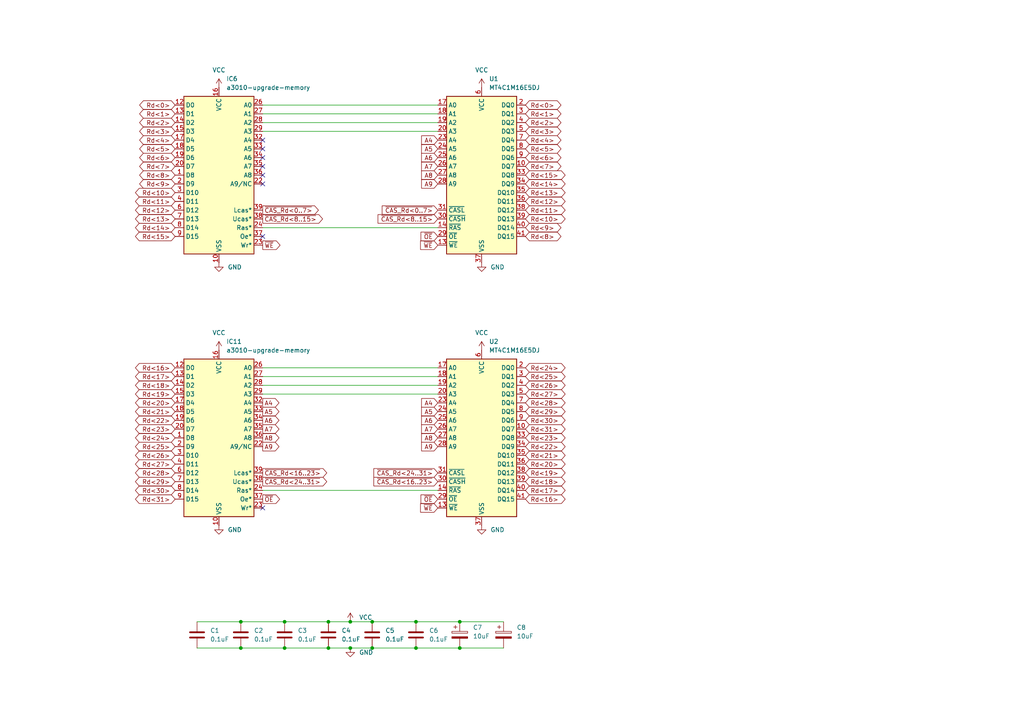
<source format=kicad_sch>
(kicad_sch (version 20250114) (generator "eeschema") (generator_version "9.0")
  (paper "A4")
  (title_block (title "a3010-ram-upgrade") (date "2025-09-29") (rev "1.0"))
  (lib_symbols
    (symbol "Device:C" (pin_numbers (hide yes)) (pin_names (offset 0.254))
      (property "Reference" "C" (at 0.635 2.54 0))
      (property "Value" "C" (at 0.635 -2.54 0))
      (symbol "C_0_1"
        (polyline (pts (xy -2.032 0.762) (xy 2.032 0.762)) (stroke (width 0.508)))
        (polyline (pts (xy -2.032 -0.762) (xy 2.032 -0.762)) (stroke (width 0.508)))
      )
      (symbol "C_1_1"
        (pin passive line (at 0 3.81 270) (length 2.794) (name "~") (number "1"))
        (pin passive line (at 0 -3.81 90) (length 2.794) (name "~") (number "2"))
      )
    )
    (symbol "Device:C_Polarized" (pin_numbers (hide yes)) (pin_names (offset 0.254))
      (property "Reference" "C" (at 0.635 2.54 0))
      (property "Value" "C_Polarized" (at 0.635 -2.54 0))
      (symbol "C_Polarized_0_1"
        (rectangle (start -2.286 0.508) (end 2.286 1.016))
        (polyline (pts (xy -1.778 2.286) (xy -0.762 2.286)))
        (polyline (pts (xy -1.27 2.794) (xy -1.27 1.778)))
        (rectangle (start 2.286 -0.508) (end -2.286 -1.016) (fill (type outline)))
      )
      (symbol "C_Polarized_1_1"
        (pin passive line (at 0 3.81 270) (length 2.794) (name "~") (number "1"))
        (pin passive line (at 0 -3.81 90) (length 2.794) (name "~") (number "2"))
      )
    )
    (symbol "acorn-hw-symbols:MT4C1M16E5DJ"
      (property "Reference" "U" (at 5.588 28.702 0))
      (property "Value" "MT4C1M16E5DJ" (at 12.192 26.162 0))
      (symbol "MT4C1M16E5DJ_0_1"
        (rectangle (start -10.16 22.86) (end 10.16 -22.86) (stroke (width 0.254)) (fill (type background)))
      )
      (symbol "MT4C1M16E5DJ_1_0"
        (pin power_in line (at 0 -25.4 90) (length 2.54) (name "VSS") (number "37"))
        (pin no_connect line (at 38.1 5.08 180) (length 2.54) (hide yes) (name "NC") (number "11"))
        (pin no_connect line (at 38.1 2.54 180) (length 2.54) (hide yes) (name "NC") (number "12"))
        (pin no_connect line (at 38.1 0 180) (length 2.54) (hide yes) (name "NC") (number "16"))
        (pin no_connect line (at 38.1 -2.54 180) (length 2.54) (hide yes) (name "NC") (number "15"))
        (pin no_connect line (at 38.1 -5.08 180) (length 2.54) (hide yes) (name "NC") (number "32"))
      )
      (symbol "MT4C1M16E5DJ_1_1"
        (pin input line (at -12.7 20.32 0) (length 2.54) (name "A0") (number "17"))
        (pin input line (at -12.7 17.78 0) (length 2.54) (name "A1") (number "18"))
        (pin input line (at -12.7 15.24 0) (length 2.54) (name "A2") (number "19"))
        (pin input line (at -12.7 12.7 0) (length 2.54) (name "A3") (number "20"))
        (pin input line (at -12.7 10.16 0) (length 2.54) (name "A4") (number "23"))
        (pin input line (at -12.7 7.62 0) (length 2.54) (name "A5") (number "24"))
        (pin input line (at -12.7 5.08 0) (length 2.54) (name "A6") (number "25"))
        (pin input line (at -12.7 2.54 0) (length 2.54) (name "A7") (number "26"))
        (pin input line (at -12.7 0 0) (length 2.54) (name "A8") (number "27"))
        (pin input line (at -12.7 -2.54 0) (length 2.54) (name "A9") (number "28"))
        (pin input line (at -12.7 -10.16 0) (length 2.54) (name "~{CASL}") (number "31"))
        (pin input line (at -12.7 -12.7 0) (length 2.54) (name "~{CASH}") (number "30"))
        (pin input line (at -12.7 -15.24 0) (length 2.54) (name "~{RAS}") (number "14"))
        (pin input line (at -12.7 -17.78 0) (length 2.54) (name "~{OE}") (number "29"))
        (pin input line (at -12.7 -20.32 0) (length 2.54) (name "~{WE}") (number "13"))
        (pin passive line (at 0 25.4 270) (length 2.54) (hide yes) (name "VCC") (number "1"))
        (pin passive line (at 0 25.4 270) (length 2.54) (hide yes) (name "VCC") (number "21"))
        (pin power_in line (at 0 25.4 270) (length 2.54) (name "VCC") (number "6"))
        (pin passive line (at 0 -25.4 90) (length 2.54) (hide yes) (name "VSS") (number "22"))
        (pin passive line (at 0 -25.4 90) (length 2.54) (hide yes) (name "VSS") (number "42"))
        (pin tri_state line (at 12.7 20.32 180) (length 2.54) (name "DQ0") (number "2"))
        (pin tri_state line (at 12.7 17.78 180) (length 2.54) (name "DQ1") (number "3"))
        (pin tri_state line (at 12.7 15.24 180) (length 2.54) (name "DQ2") (number "4"))
        (pin tri_state line (at 12.7 12.7 180) (length 2.54) (name "DQ3") (number "5"))
        (pin tri_state line (at 12.7 10.16 180) (length 2.54) (name "DQ4") (number "7"))
        (pin tri_state line (at 12.7 7.62 180) (length 2.54) (name "DQ5") (number "8"))
        (pin tri_state line (at 12.7 5.08 180) (length 2.54) (name "DQ6") (number "9"))
        (pin tri_state line (at 12.7 2.54 180) (length 2.54) (name "DQ7") (number "10"))
        (pin tri_state line (at 12.7 0 180) (length 2.54) (name "DQ8") (number "33"))
        (pin tri_state line (at 12.7 -2.54 180) (length 2.54) (name "DQ9") (number "34"))
        (pin tri_state line (at 12.7 -5.08 180) (length 2.54) (name "DQ10") (number "35"))
        (pin tri_state line (at 12.7 -7.62 180) (length 2.54) (name "DQ11") (number "36"))
        (pin tri_state line (at 12.7 -10.16 180) (length 2.54) (name "DQ12") (number "38"))
        (pin tri_state line (at 12.7 -12.7 180) (length 2.54) (name "DQ13") (number "39"))
        (pin tri_state line (at 12.7 -15.24 180) (length 2.54) (name "DQ14") (number "40"))
        (pin tri_state line (at 12.7 -17.78 180) (length 2.54) (name "DQ15") (number "41"))
      )
    )
    (symbol "acorn-hw-symbols:a3010-upgrade-memory"
      (property "Reference" "U" (at 5.588 28.702 0))
      (property "Value" "a3010-upgrade-memory" (at 17.018 26.162 0))
      (symbol "a3010-upgrade-memory_0_1"
        (rectangle (start -10.16 22.86) (end 10.16 -22.86) (stroke (width 0.254)) (fill (type background)))
      )
      (symbol "a3010-upgrade-memory_1_1"
        (pin no_connect line (at -38.1 2.54 0) (length 2.54) (hide yes) (name "NC") (number "40"))
        (pin no_connect line (at -38.1 0 0) (length 2.54) (hide yes) (name "NC") (number "25"))
        (pin no_connect line (at -38.1 -2.54 0) (length 2.54) (hide yes) (name "NC") (number "21"))
        (pin bidirectional line (at -12.7 20.32 0) (length 2.54) (name "D0") (number "12"))
        (pin bidirectional line (at -12.7 17.78 0) (length 2.54) (name "D1") (number "13"))
        (pin bidirectional line (at -12.7 15.24 0) (length 2.54) (name "D2") (number "14"))
        (pin bidirectional line (at -12.7 12.7 0) (length 2.54) (name "D3") (number "15"))
        (pin bidirectional line (at -12.7 10.16 0) (length 2.54) (name "D4") (number "17"))
        (pin bidirectional line (at -12.7 7.62 0) (length 2.54) (name "D5") (number "18"))
        (pin bidirectional line (at -12.7 5.08 0) (length 2.54) (name "D6") (number "19"))
        (pin bidirectional line (at -12.7 2.54 0) (length 2.54) (name "D7") (number "20"))
        (pin bidirectional line (at -12.7 0 0) (length 2.54) (name "D8") (number "1"))
        (pin bidirectional line (at -12.7 -2.54 0) (length 2.54) (name "D9") (number "2"))
        (pin bidirectional line (at -12.7 -5.08 0) (length 2.54) (name "D10") (number "3"))
        (pin bidirectional line (at -12.7 -7.62 0) (length 2.54) (name "D11") (number "4"))
        (pin bidirectional line (at -12.7 -10.16 0) (length 2.54) (name "D12") (number "6"))
        (pin bidirectional line (at -12.7 -12.7 0) (length 2.54) (name "D13") (number "7"))
        (pin bidirectional line (at -12.7 -15.24 0) (length 2.54) (name "D14") (number "8"))
        (pin bidirectional line (at -12.7 -17.78 0) (length 2.54) (name "D15") (number "9"))
        (pin passive line (at 0 25.4 270) (length 2.54) (hide yes) (name "VCC") (number "11"))
        (pin power_out line (at 0 25.4 270) (length 2.54) (name "VCC") (number "16"))
        (pin passive line (at 0 25.4 270) (length 2.54) (hide yes) (name "VCC") (number "30"))
        (pin power_out line (at 0 -25.4 90) (length 2.54) (name "VSS") (number "10"))
        (pin passive line (at 0 -25.4 90) (length 2.54) (hide yes) (name "VSS") (number "31"))
        (pin passive line (at 0 -25.4 90) (length 2.54) (hide yes) (name "VSS") (number "5"))
        (pin output line (at 12.7 20.32 180) (length 2.54) (name "A0") (number "26"))
        (pin output line (at 12.7 17.78 180) (length 2.54) (name "A1") (number "27"))
        (pin output line (at 12.7 15.24 180) (length 2.54) (name "A2") (number "28"))
        (pin output line (at 12.7 12.7 180) (length 2.54) (name "A3") (number "29"))
        (pin output line (at 12.7 10.16 180) (length 2.54) (name "A4") (number "32"))
        (pin output line (at 12.7 7.62 180) (length 2.54) (name "A5") (number "33"))
        (pin output line (at 12.7 5.08 180) (length 2.54) (name "A6") (number "34"))
        (pin output line (at 12.7 2.54 180) (length 2.54) (name "A7") (number "35"))
        (pin output line (at 12.7 0 180) (length 2.54) (name "A8") (number "36"))
        (pin output line (at 12.7 -2.54 180) (length 2.54) (name "A9/NC") (number "22"))
        (pin output line (at 12.7 -10.16 180) (length 2.54) (name "Lcas*") (number "39"))
        (pin output line (at 12.7 -12.7 180) (length 2.54) (name "Ucas*") (number "38"))
        (pin output line (at 12.7 -15.24 180) (length 2.54) (name "Ras*") (number "24"))
        (pin output line (at 12.7 -17.78 180) (length 2.54) (name "Oe*") (number "37"))
        (pin output line (at 12.7 -20.32 180) (length 2.54) (name "Wr*") (number "23"))
      )
    )
    (symbol "power:GND" (power) (pin_numbers (hide yes)) (pin_names (offset 0) (hide yes))
      (property "Value" "GND" (at 0 -3.81 0))
      (symbol "GND_0_1"
        (polyline (pts (xy 0 0) (xy 0 -1.27) (xy 1.27 -1.27) (xy 0 -2.54) (xy -1.27 -1.27) (xy 0 -1.27)))
      )
      (symbol "GND_1_1"
        (pin power_in line (at 0 0 270) (length 0) (name "~") (number "1"))
      )
    )
    (symbol "power:VCC" (power) (pin_numbers (hide yes)) (pin_names (offset 0) (hide yes))
      (property "Value" "VCC" (at 0 3.556 0))
      (symbol "VCC_0_1"
        (polyline (pts (xy -0.762 1.27) (xy 0 2.54)))
        (polyline (pts (xy 0 2.54) (xy 0.762 1.27)))
        (polyline (pts (xy 0 0) (xy 0 2.54)))
      )
      (symbol "VCC_1_1"
        (pin power_in line (at 0 0 90) (length 0) (name "~") (number "1"))
      )
    )
  )
  (junction (at 120.65 187.96))
  (junction (at 120.65 180.34))
  (junction (at 101.6 187.96))
  (junction (at 107.95 180.34))
  (junction (at 69.85 187.96))
  (junction (at 133.35 180.34))
  (junction (at 69.85 180.34))
  (junction (at 82.55 180.34))
  (junction (at 133.35 187.96))
  (junction (at 82.55 187.96))
  (junction (at 95.25 187.96))
  (junction (at 101.6 180.34))
  (junction (at 95.25 180.34))
  (junction (at 107.95 187.96))
  (no_connect (at 76.2 53.34))
  (no_connect (at 76.2 40.64))
  (no_connect (at 76.2 50.8))
  (no_connect (at 76.2 43.18))
  (no_connect (at 76.2 68.58))
  (no_connect (at 76.2 48.26))
  (no_connect (at 76.2 147.32))
  (no_connect (at 76.2 45.72))
  (wire (pts (xy 95.25 180.34) (xy 101.6 180.34)))
  (wire (pts (xy 76.2 109.22) (xy 127 109.22)))
  (wire (pts (xy 120.65 187.96) (xy 133.35 187.96)))
  (wire (pts (xy 76.2 38.1) (xy 127 38.1)))
  (wire (pts (xy 69.85 187.96) (xy 82.55 187.96)))
  (wire (pts (xy 120.65 180.34) (xy 133.35 180.34)))
  (wire (pts (xy 133.35 180.34) (xy 146.05 180.34)))
  (wire (pts (xy 82.55 180.34) (xy 95.25 180.34)))
  (wire (pts (xy 95.25 187.96) (xy 101.6 187.96)))
  (wire (pts (xy 101.6 187.96) (xy 107.95 187.96)))
  (wire (pts (xy 76.2 30.48) (xy 127 30.48)))
  (wire (pts (xy 107.95 180.34) (xy 120.65 180.34)))
  (wire (pts (xy 57.15 187.96) (xy 69.85 187.96)))
  (wire (pts (xy 76.2 114.3) (xy 127 114.3)))
  (wire (pts (xy 107.95 187.96) (xy 120.65 187.96)))
  (wire (pts (xy 76.2 106.68) (xy 127 106.68)))
  (wire (pts (xy 133.35 187.96) (xy 146.05 187.96)))
  (wire (pts (xy 76.2 142.24) (xy 127 142.24)))
  (wire (pts (xy 76.2 35.56) (xy 127 35.56)))
  (wire (pts (xy 76.2 66.04) (xy 127 66.04)))
  (wire (pts (xy 76.2 33.02) (xy 127 33.02)))
  (wire (pts (xy 101.6 180.34) (xy 107.95 180.34)))
  (wire (pts (xy 76.2 111.76) (xy 127 111.76)))
  (wire (pts (xy 82.55 187.96) (xy 95.25 187.96)))
  (wire (pts (xy 69.85 180.34) (xy 82.55 180.34)))
  (wire (pts (xy 57.15 180.34) (xy 69.85 180.34)))
  (global_label "Rd<29>" (shape bidirectional) (at 152.4 119.38 0) (property "Intersheetrefs" "${INTERSHEET_REFS}" (effects (hide yes))))
  (global_label "Rd<26>" (shape bidirectional) (at 152.4 111.76 0) (property "Intersheetrefs" "${INTERSHEET_REFS}" (effects (hide yes))))
  (global_label "~{CAS_Rd<16..23>}" (shape input) (at 127 139.7 180) (property "Intersheetrefs" "${INTERSHEET_REFS}" (effects (hide yes))))
  (global_label "A5" (shape output) (at 76.2 119.38 0) (property "Intersheetrefs" "${INTERSHEET_REFS}" (effects (hide yes))))
  (global_label "Rd<0>" (shape bidirectional) (at 50.8 30.48 180) (property "Intersheetrefs" "${INTERSHEET_REFS}" (effects (hide yes))))
  (global_label "A9" (shape output) (at 76.2 129.54 0) (property "Intersheetrefs" "${INTERSHEET_REFS}" (effects (hide yes))))
  (global_label "~{CAS_Rd<16..23>}" (shape output) (at 76.2 137.16 0) (property "Intersheetrefs" "${INTERSHEET_REFS}" (effects (hide yes))))
  (global_label "Rd<22>" (shape bidirectional) (at 152.4 129.54 0) (property "Intersheetrefs" "${INTERSHEET_REFS}" (effects (hide yes))))
  (global_label "Rd<29>" (shape bidirectional) (at 50.8 139.7 180) (property "Intersheetrefs" "${INTERSHEET_REFS}" (effects (hide yes))))
  (global_label "~{CAS_Rd<24..31>}" (shape output) (at 76.2 139.7 0) (property "Intersheetrefs" "${INTERSHEET_REFS}" (effects (hide yes))))
  (global_label "Rd<3>" (shape bidirectional) (at 50.8 38.1 180) (property "Intersheetrefs" "${INTERSHEET_REFS}" (effects (hide yes))))
  (global_label "Rd<2>" (shape bidirectional) (at 50.8 35.56 180) (property "Intersheetrefs" "${INTERSHEET_REFS}" (effects (hide yes))))
  (global_label "Rd<22>" (shape bidirectional) (at 50.8 121.92 180) (property "Intersheetrefs" "${INTERSHEET_REFS}" (effects (hide yes))))
  (global_label "Rd<12>" (shape bidirectional) (at 152.4 58.42 0) (property "Intersheetrefs" "${INTERSHEET_REFS}" (effects (hide yes))))
  (global_label "A4" (shape input) (at 127 40.64 180) (property "Intersheetrefs" "${INTERSHEET_REFS}" (effects (hide yes))))
  (global_label "Rd<14>" (shape bidirectional) (at 50.8 66.04 180) (property "Intersheetrefs" "${INTERSHEET_REFS}" (effects (hide yes))))
  (global_label "Rd<16>" (shape bidirectional) (at 50.8 106.68 180) (property "Intersheetrefs" "${INTERSHEET_REFS}" (effects (hide yes))))
  (global_label "Rd<24>" (shape bidirectional) (at 50.8 127 180) (property "Intersheetrefs" "${INTERSHEET_REFS}" (effects (hide yes))))
  (global_label "A8" (shape output) (at 76.2 127 0) (property "Intersheetrefs" "${INTERSHEET_REFS}" (effects (hide yes))))
  (global_label "Rd<10>" (shape bidirectional) (at 152.4 63.5 0) (property "Intersheetrefs" "${INTERSHEET_REFS}" (effects (hide yes))))
  (global_label "Rd<1>" (shape bidirectional) (at 50.8 33.02 180) (property "Intersheetrefs" "${INTERSHEET_REFS}" (effects (hide yes))))
  (global_label "Rd<8>" (shape bidirectional) (at 50.8 50.8 180) (property "Intersheetrefs" "${INTERSHEET_REFS}" (effects (hide yes))))
  (global_label "Rd<30>" (shape bidirectional) (at 50.8 142.24 180) (property "Intersheetrefs" "${INTERSHEET_REFS}" (effects (hide yes))))
  (global_label "Rd<24>" (shape bidirectional) (at 152.4 106.68 0) (property "Intersheetrefs" "${INTERSHEET_REFS}" (effects (hide yes))))
  (global_label "A4" (shape output) (at 76.2 116.84 0) (property "Intersheetrefs" "${INTERSHEET_REFS}" (effects (hide yes))))
  (global_label "A6" (shape input) (at 127 45.72 180) (property "Intersheetrefs" "${INTERSHEET_REFS}" (effects (hide yes))))
  (global_label "Rd<18>" (shape bidirectional) (at 152.4 139.7 0) (property "Intersheetrefs" "${INTERSHEET_REFS}" (effects (hide yes))))
  (global_label "A6" (shape output) (at 76.2 121.92 0) (property "Intersheetrefs" "${INTERSHEET_REFS}" (effects (hide yes))))
  (global_label "Rd<13>" (shape bidirectional) (at 152.4 55.88 0) (property "Intersheetrefs" "${INTERSHEET_REFS}" (effects (hide yes))))
  (global_label "Rd<17>" (shape bidirectional) (at 152.4 142.24 0) (property "Intersheetrefs" "${INTERSHEET_REFS}" (effects (hide yes))))
  (global_label "Rd<17>" (shape bidirectional) (at 50.8 109.22 180) (property "Intersheetrefs" "${INTERSHEET_REFS}" (effects (hide yes))))
  (global_label "Rd<23>" (shape bidirectional) (at 50.8 124.46 180) (property "Intersheetrefs" "${INTERSHEET_REFS}" (effects (hide yes))))
  (global_label "Rd<2>" (shape bidirectional) (at 152.4 35.56 0) (property "Intersheetrefs" "${INTERSHEET_REFS}" (effects (hide yes))))
  (global_label "A9" (shape input) (at 127 129.54 180) (property "Intersheetrefs" "${INTERSHEET_REFS}" (effects (hide yes))))
  (global_label "~{OE}" (shape input) (at 127 144.78 180) (property "Intersheetrefs" "${INTERSHEET_REFS}" (effects (hide yes))))
  (global_label "~{WE}" (shape input) (at 127 147.32 180) (property "Intersheetrefs" "${INTERSHEET_REFS}" (effects (hide yes))))
  (global_label "Rd<20>" (shape bidirectional) (at 50.8 116.84 180) (property "Intersheetrefs" "${INTERSHEET_REFS}" (effects (hide yes))))
  (global_label "~{OE}" (shape input) (at 127 68.58 180) (property "Intersheetrefs" "${INTERSHEET_REFS}" (effects (hide yes))))
  (global_label "Rd<31>" (shape bidirectional) (at 50.8 144.78 180) (property "Intersheetrefs" "${INTERSHEET_REFS}" (effects (hide yes))))
  (global_label "A5" (shape input) (at 127 119.38 180) (property "Intersheetrefs" "${INTERSHEET_REFS}" (effects (hide yes))))
  (global_label "Rd<15>" (shape bidirectional) (at 152.4 50.8 0) (property "Intersheetrefs" "${INTERSHEET_REFS}" (effects (hide yes))))
  (global_label "Rd<19>" (shape bidirectional) (at 152.4 137.16 0) (property "Intersheetrefs" "${INTERSHEET_REFS}" (effects (hide yes))))
  (global_label "Rd<8>" (shape bidirectional) (at 152.4 68.58 0) (property "Intersheetrefs" "${INTERSHEET_REFS}" (effects (hide yes))))
  (global_label "Rd<7>" (shape bidirectional) (at 50.8 48.26 180) (property "Intersheetrefs" "${INTERSHEET_REFS}" (effects (hide yes))))
  (global_label "A6" (shape input) (at 127 121.92 180) (property "Intersheetrefs" "${INTERSHEET_REFS}" (effects (hide yes))))
  (global_label "Rd<18>" (shape bidirectional) (at 50.8 111.76 180) (property "Intersheetrefs" "${INTERSHEET_REFS}" (effects (hide yes))))
  (global_label "Rd<31>" (shape bidirectional) (at 152.4 124.46 0) (property "Intersheetrefs" "${INTERSHEET_REFS}" (effects (hide yes))))
  (global_label "A7" (shape input) (at 127 124.46 180) (property "Intersheetrefs" "${INTERSHEET_REFS}" (effects (hide yes))))
  (global_label "Rd<27>" (shape bidirectional) (at 152.4 114.3 0) (property "Intersheetrefs" "${INTERSHEET_REFS}" (effects (hide yes))))
  (global_label "Rd<14>" (shape bidirectional) (at 152.4 53.34 0) (property "Intersheetrefs" "${INTERSHEET_REFS}" (effects (hide yes))))
  (global_label "Rd<23>" (shape bidirectional) (at 152.4 127 0) (property "Intersheetrefs" "${INTERSHEET_REFS}" (effects (hide yes))))
  (global_label "Rd<19>" (shape bidirectional) (at 50.8 114.3 180) (property "Intersheetrefs" "${INTERSHEET_REFS}" (effects (hide yes))))
  (global_label "Rd<21>" (shape bidirectional) (at 152.4 132.08 0) (property "Intersheetrefs" "${INTERSHEET_REFS}" (effects (hide yes))))
  (global_label "Rd<4>" (shape bidirectional) (at 152.4 40.64 0) (property "Intersheetrefs" "${INTERSHEET_REFS}" (effects (hide yes))))
  (global_label "Rd<5>" (shape bidirectional) (at 152.4 43.18 0) (property "Intersheetrefs" "${INTERSHEET_REFS}" (effects (hide yes))))
  (global_label "Rd<13>" (shape bidirectional) (at 50.8 63.5 180) (property "Intersheetrefs" "${INTERSHEET_REFS}" (effects (hide yes))))
  (global_label "Rd<25>" (shape bidirectional) (at 50.8 129.54 180) (property "Intersheetrefs" "${INTERSHEET_REFS}" (effects (hide yes))))
  (global_label "~{CAS_Rd<0..7>}" (shape input) (at 127 60.96 180) (property "Intersheetrefs" "${INTERSHEET_REFS}" (effects (hide yes))))
  (global_label "Rd<12>" (shape bidirectional) (at 50.8 60.96 180) (property "Intersheetrefs" "${INTERSHEET_REFS}" (effects (hide yes))))
  (global_label "Rd<3>" (shape bidirectional) (at 152.4 38.1 0) (property "Intersheetrefs" "${INTERSHEET_REFS}" (effects (hide yes))))
  (global_label "Rd<1>" (shape bidirectional) (at 152.4 33.02 0) (property "Intersheetrefs" "${INTERSHEET_REFS}" (effects (hide yes))))
  (global_label "~{WE}" (shape input) (at 127 71.12 180) (property "Intersheetrefs" "${INTERSHEET_REFS}" (effects (hide yes))))
  (global_label "Rd<27>" (shape bidirectional) (at 50.8 134.62 180) (property "Intersheetrefs" "${INTERSHEET_REFS}" (effects (hide yes))))
  (global_label "Rd<15>" (shape bidirectional) (at 50.8 68.58 180) (property "Intersheetrefs" "${INTERSHEET_REFS}" (effects (hide yes))))
  (global_label "Rd<4>" (shape bidirectional) (at 50.8 40.64 180) (property "Intersheetrefs" "${INTERSHEET_REFS}" (effects (hide yes))))
  (global_label "Rd<7>" (shape bidirectional) (at 152.4 48.26 0) (property "Intersheetrefs" "${INTERSHEET_REFS}" (effects (hide yes))))
  (global_label "Rd<20>" (shape bidirectional) (at 152.4 134.62 0) (property "Intersheetrefs" "${INTERSHEET_REFS}" (effects (hide yes))))
  (global_label "Rd<16>" (shape bidirectional) (at 152.4 144.78 0) (property "Intersheetrefs" "${INTERSHEET_REFS}" (effects (hide yes))))
  (global_label "Rd<28>" (shape bidirectional) (at 50.8 137.16 180) (property "Intersheetrefs" "${INTERSHEET_REFS}" (effects (hide yes))))
  (global_label "Rd<30>" (shape bidirectional) (at 152.4 121.92 0) (property "Intersheetrefs" "${INTERSHEET_REFS}" (effects (hide yes))))
  (global_label "Rd<6>" (shape bidirectional) (at 50.8 45.72 180) (property "Intersheetrefs" "${INTERSHEET_REFS}" (effects (hide yes))))
  (global_label "~{WE}" (shape output) (at 76.2 71.12 0) (property "Intersheetrefs" "${INTERSHEET_REFS}" (effects (hide yes))))
  (global_label "~{OE}" (shape output) (at 76.2 144.78 0) (property "Intersheetrefs" "${INTERSHEET_REFS}" (effects (hide yes))))
  (global_label "Rd<25>" (shape bidirectional) (at 152.4 109.22 0) (property "Intersheetrefs" "${INTERSHEET_REFS}" (effects (hide yes))))
  (global_label "Rd<11>" (shape bidirectional) (at 152.4 60.96 0) (property "Intersheetrefs" "${INTERSHEET_REFS}" (effects (hide yes))))
  (global_label "~{CAS_Rd<0..7>}" (shape output) (at 76.2 60.96 0) (property "Intersheetrefs" "${INTERSHEET_REFS}" (effects (hide yes))))
  (global_label "Rd<0>" (shape bidirectional) (at 152.4 30.48 0) (property "Intersheetrefs" "${INTERSHEET_REFS}" (effects (hide yes))))
  (global_label "Rd<28>" (shape bidirectional) (at 152.4 116.84 0) (property "Intersheetrefs" "${INTERSHEET_REFS}" (effects (hide yes))))
  (global_label "A8" (shape input) (at 127 50.8 180) (property "Intersheetrefs" "${INTERSHEET_REFS}" (effects (hide yes))))
  (global_label "Rd<6>" (shape bidirectional) (at 152.4 45.72 0) (property "Intersheetrefs" "${INTERSHEET_REFS}" (effects (hide yes))))
  (global_label "Rd<21>" (shape bidirectional) (at 50.8 119.38 180) (property "Intersheetrefs" "${INTERSHEET_REFS}" (effects (hide yes))))
  (global_label "~{CAS_Rd<8..15>}" (shape output) (at 76.2 63.5 0) (property "Intersheetrefs" "${INTERSHEET_REFS}" (effects (hide yes))))
  (global_label "A8" (shape input) (at 127 127 180) (property "Intersheetrefs" "${INTERSHEET_REFS}" (effects (hide yes))))
  (global_label "A5" (shape input) (at 127 43.18 180) (property "Intersheetrefs" "${INTERSHEET_REFS}" (effects (hide yes))))
  (global_label "Rd<26>" (shape bidirectional) (at 50.8 132.08 180) (property "Intersheetrefs" "${INTERSHEET_REFS}" (effects (hide yes))))
  (global_label "Rd<11>" (shape bidirectional) (at 50.8 58.42 180) (property "Intersheetrefs" "${INTERSHEET_REFS}" (effects (hide yes))))
  (global_label "~{CAS_Rd<24..31>}" (shape input) (at 127 137.16 180) (property "Intersheetrefs" "${INTERSHEET_REFS}" (effects (hide yes))))
  (global_label "Rd<10>" (shape bidirectional) (at 50.8 55.88 180) (property "Intersheetrefs" "${INTERSHEET_REFS}" (effects (hide yes))))
  (global_label "A4" (shape input) (at 127 116.84 180) (property "Intersheetrefs" "${INTERSHEET_REFS}" (effects (hide yes))))
  (global_label "A7" (shape input) (at 127 48.26 180) (property "Intersheetrefs" "${INTERSHEET_REFS}" (effects (hide yes))))
  (global_label "A7" (shape output) (at 76.2 124.46 0) (property "Intersheetrefs" "${INTERSHEET_REFS}" (effects (hide yes))))
  (global_label "~{CAS_Rd<8..15>}" (shape input) (at 127 63.5 180) (property "Intersheetrefs" "${INTERSHEET_REFS}" (effects (hide yes))))
  (global_label "A9" (shape input) (at 127 53.34 180) (property "Intersheetrefs" "${INTERSHEET_REFS}" (effects (hide yes))))
  (global_label "Rd<9>" (shape bidirectional) (at 50.8 53.34 180) (property "Intersheetrefs" "${INTERSHEET_REFS}" (effects (hide yes))))
  (global_label "Rd<9>" (shape bidirectional) (at 152.4 66.04 0) (property "Intersheetrefs" "${INTERSHEET_REFS}" (effects (hide yes))))
  (global_label "Rd<5>" (shape bidirectional) (at 50.8 43.18 180) (property "Intersheetrefs" "${INTERSHEET_REFS}" (effects (hide yes))))
  (symbol (lib_id "power:VCC") (at 139.7 25.4 0) (unit 1)
    (property "Reference" "#PWR06" (effects (hide yes)))
    (property "Value" "VCC" (at 139.7 20.32 0))
    (property "Description" "Power symbol creates a global label with name \"VCC\"" (effects (hide yes)))
  )
  (symbol (lib_id "Device:C") (at 69.85 184.15 0) (unit 1)
    (property "Reference" "C2" (at 73.66 182.8799 0) (effects (justify left)))
    (property "Value" "0.1uF" (at 73.66 185.4199 0) (effects (justify left)))
    (property "Footprint" "Capacitor_SMD:C_0805_2012Metric_Pad1.18x1.45mm_HandSolder" (effects (hide yes)))
    (property "Description" "Unpolarized capacitor" (effects (hide yes)))
  )
  (symbol (lib_id "Device:C") (at 120.65 184.15 0) (unit 1)
    (property "Reference" "C6" (at 124.46 182.8799 0) (effects (justify left)))
    (property "Value" "0.1uF" (at 124.46 185.4199 0) (effects (justify left)))
    (property "Footprint" "Capacitor_SMD:C_0805_2012Metric_Pad1.18x1.45mm_HandSolder" (effects (hide yes)))
    (property "Description" "Unpolarized capacitor" (effects (hide yes)))
  )
  (symbol (lib_id "power:VCC") (at 63.5 101.6 0) (unit 1)
    (property "Reference" "#PWR07" (effects (hide yes)))
    (property "Value" "VCC" (at 63.5 96.52 0))
    (property "Description" "Power symbol creates a global label with name \"VCC\"" (effects (hide yes)))
  )
  (symbol (lib_id "acorn-hw-symbols:a3010-upgrade-memory") (at 63.5 127 0) (unit 1)
    (property "Reference" "IC11" (at 65.6433 99.06 0) (effects (justify left)))
    (property "Value" "a3010-upgrade-memory" (at 65.6433 101.6 0) (effects (justify left)))
    (property "Footprint" "acorn-hw-footprints:zip-40" (effects (hide yes)))
  )
  (symbol (lib_id "acorn-hw-symbols:a3010-upgrade-memory") (at 63.5 50.8 0) (unit 1)
    (property "Reference" "IC6" (at 65.6433 22.86 0) (effects (justify left)))
    (property "Value" "a3010-upgrade-memory" (at 65.6433 25.4 0) (effects (justify left)))
    (property "Footprint" "acorn-hw-footprints:zip-40" (effects (hide yes)))
  )
  (symbol (lib_id "power:VCC") (at 63.5 25.4 0) (unit 1)
    (property "Reference" "#PWR05" (effects (hide yes)))
    (property "Value" "VCC" (at 63.5 20.32 0))
    (property "Description" "Power symbol creates a global label with name \"VCC\"" (effects (hide yes)))
  )
  (symbol (lib_id "power:GND") (at 63.5 76.2 0) (unit 1)
    (property "Reference" "#PWR01" (effects (hide yes)))
    (property "Value" "GND" (at 66.04 77.4699 0) (effects (justify left)))
    (property "Description" "Power symbol creates a global label with name \"GND\" , ground" (effects (hide yes)))
  )
  (symbol (lib_id "power:VCC") (at 101.6 180.34 0) (unit 1)
    (property "Reference" "#PWR011" (effects (hide yes)))
    (property "Value" "VCC" (at 104.14 179.0699 0) (effects (justify left)))
    (property "Description" "Power symbol creates a global label with name \"VCC\"" (effects (hide yes)))
  )
  (symbol (lib_id "Device:C_Polarized") (at 133.35 184.15 0) (unit 1)
    (property "Reference" "C7" (at 137.16 181.9909 0) (effects (justify left)))
    (property "Value" "10uF" (at 137.16 184.5309 0) (effects (justify left)))
    (property "Footprint" "Capacitor_Tantalum_SMD:CP_EIA-2012-12_Kemet-R_HandSolder" (effects (hide yes)))
    (property "Description" "Polarized capacitor" (effects (hide yes)))
  )
  (symbol (lib_id "Device:C") (at 57.15 184.15 0) (unit 1)
    (property "Reference" "C1" (at 60.96 182.8799 0) (effects (justify left)))
    (property "Value" "0.1uF" (at 60.96 185.4199 0) (effects (justify left)))
    (property "Footprint" "Capacitor_SMD:C_0805_2012Metric_Pad1.18x1.45mm_HandSolder" (effects (hide yes)))
    (property "Description" "Unpolarized capacitor" (effects (hide yes)))
  )
  (symbol (lib_id "power:GND") (at 63.5 152.4 0) (unit 1)
    (property "Reference" "#PWR04" (effects (hide yes)))
    (property "Value" "GND" (at 66.04 153.6699 0) (effects (justify left)))
    (property "Description" "Power symbol creates a global label with name \"GND\" , ground" (effects (hide yes)))
  )
  (symbol (lib_id "power:GND") (at 139.7 152.4 0) (unit 1)
    (property "Reference" "#PWR03" (effects (hide yes)))
    (property "Value" "GND" (at 142.24 153.6699 0) (effects (justify left)))
    (property "Description" "Power symbol creates a global label with name \"GND\" , ground" (effects (hide yes)))
  )
  (symbol (lib_id "power:GND") (at 139.7 76.2 0) (unit 1)
    (property "Reference" "#PWR02" (effects (hide yes)))
    (property "Value" "GND" (at 142.24 77.4699 0) (effects (justify left)))
    (property "Description" "Power symbol creates a global label with name \"GND\" , ground" (effects (hide yes)))
  )
  (symbol (lib_id "acorn-hw-symbols:MT4C1M16E5DJ") (at 139.7 50.8 0) (unit 1)
    (property "Reference" "U1" (at 141.8433 22.86 0) (effects (justify left)))
    (property "Value" "MT4C1M16E5DJ" (at 141.8433 25.4 0) (effects (justify left)))
    (property "Footprint" "acorn-hw-footprints:SOJ-42_10.16x26.035mm_P1.27mm" (effects (hide yes)))
  )
  (symbol (lib_id "power:VCC") (at 139.7 101.6 0) (unit 1)
    (property "Reference" "#PWR08" (effects (hide yes)))
    (property "Value" "VCC" (at 139.7 96.52 0))
    (property "Description" "Power symbol creates a global label with name \"VCC\"" (effects (hide yes)))
  )
  (symbol (lib_id "power:GND") (at 101.6 187.96 0) (unit 1)
    (property "Reference" "#PWR012" (effects (hide yes)))
    (property "Value" "GND" (at 104.14 189.2299 0) (effects (justify left)))
    (property "Description" "Power symbol creates a global label with name \"GND\" , ground" (effects (hide yes)))
  )
  (symbol (lib_id "Device:C") (at 82.55 184.15 0) (unit 1)
    (property "Reference" "C3" (at 86.36 182.8799 0) (effects (justify left)))
    (property "Value" "0.1uF" (at 86.36 185.4199 0) (effects (justify left)))
    (property "Footprint" "Capacitor_SMD:C_0805_2012Metric_Pad1.18x1.45mm_HandSolder" (effects (hide yes)))
    (property "Description" "Unpolarized capacitor" (effects (hide yes)))
  )
  (symbol (lib_id "acorn-hw-symbols:MT4C1M16E5DJ") (at 139.7 127 0) (unit 1)
    (property "Reference" "U2" (at 141.8433 99.06 0) (effects (justify left)))
    (property "Value" "MT4C1M16E5DJ" (at 141.8433 101.6 0) (effects (justify left)))
    (property "Footprint" "acorn-hw-footprints:SOJ-42_10.16x26.035mm_P1.27mm" (effects (hide yes)))
  )
  (symbol (lib_id "Device:C") (at 95.25 184.15 0) (unit 1)
    (property "Reference" "C4" (at 99.06 182.8799 0) (effects (justify left)))
    (property "Value" "0.1uF" (at 99.06 185.4199 0) (effects (justify left)))
    (property "Footprint" "Capacitor_SMD:C_0805_2012Metric_Pad1.18x1.45mm_HandSolder" (effects (hide yes)))
    (property "Description" "Unpolarized capacitor" (effects (hide yes)))
  )
  (symbol (lib_id "Device:C_Polarized") (at 146.05 184.15 0) (unit 1)
    (property "Reference" "C8" (at 149.86 181.9909 0) (effects (justify left)))
    (property "Value" "10uF" (at 149.86 184.5309 0) (effects (justify left)))
    (property "Footprint" "Capacitor_Tantalum_SMD:CP_EIA-2012-12_Kemet-R_HandSolder" (effects (hide yes)))
    (property "Description" "Polarized capacitor" (effects (hide yes)))
  )
  (symbol (lib_id "Device:C") (at 107.95 184.15 0) (unit 1)
    (property "Reference" "C5" (at 111.76 182.8799 0) (effects (justify left)))
    (property "Value" "0.1uF" (at 111.76 185.4199 0) (effects (justify left)))
    (property "Footprint" "Capacitor_SMD:C_0805_2012Metric_Pad1.18x1.45mm_HandSolder" (effects (hide yes)))
    (property "Description" "Unpolarized capacitor" (effects (hide yes)))
  )
)
</source>
